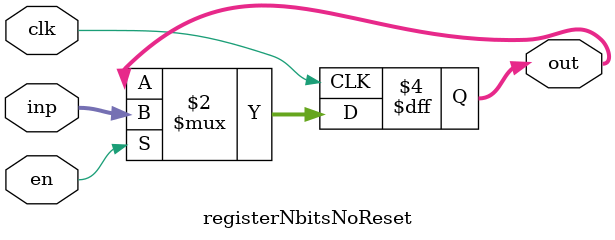
<source format=v>
module registerNbitsNoReset #(parameter N = 32) (clk, en, inp, out);
	input clk, en;
	output reg [N-1:0] out;
	input [N-1:0] inp;
	always @(posedge clk) begin
			if(en)
				out <= inp;
	end
endmodule
</source>
